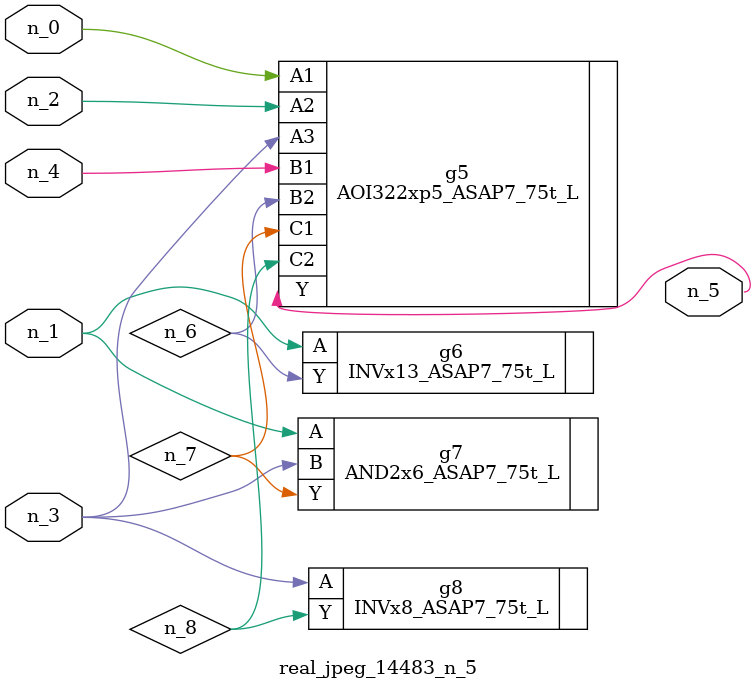
<source format=v>
module real_jpeg_14483_n_5 (n_4, n_0, n_1, n_2, n_3, n_5);

input n_4;
input n_0;
input n_1;
input n_2;
input n_3;

output n_5;

wire n_8;
wire n_6;
wire n_7;

AOI322xp5_ASAP7_75t_L g5 ( 
.A1(n_0),
.A2(n_2),
.A3(n_3),
.B1(n_4),
.B2(n_6),
.C1(n_7),
.C2(n_8),
.Y(n_5)
);

INVx13_ASAP7_75t_L g6 ( 
.A(n_1),
.Y(n_6)
);

AND2x6_ASAP7_75t_L g7 ( 
.A(n_1),
.B(n_3),
.Y(n_7)
);

INVx8_ASAP7_75t_L g8 ( 
.A(n_3),
.Y(n_8)
);


endmodule
</source>
